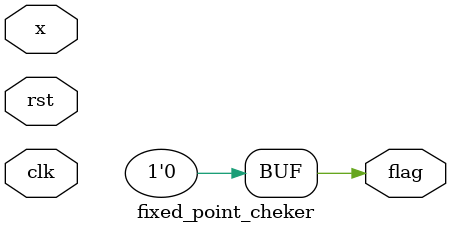
<source format=v>
`timescale 1ns/100ps
module fixed_point_cheker(clk, rst, x, flag);
	input wire clk;						//clock signal
	input wire [7:0] rst;		//is init val changed?
	input wire [7:0] x;					//current gene state
	output reg flag;					//Fixed point has been FOUND!
	reg [7:0] state;					//state of x[t]

	always @(rst) begin		//if init val changed
		flag = 0;						//reset cycle  flag
	end

	always @(posedge clk) begin		//synchronized with positive edge clock signal
		if (state == x)				//when x[t-1] == x[t+1]
			flag = 1;					//FIXED POINT!!!	
		else
			flag = 0;
		state = x;					//save x[t]
	end
endmodule
</source>
